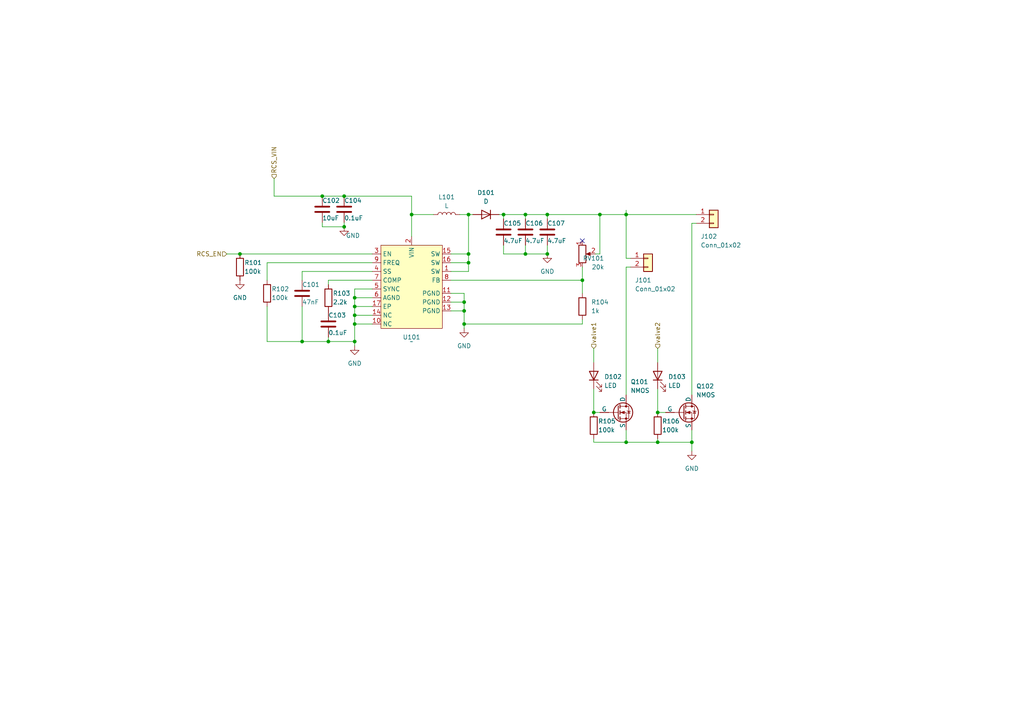
<source format=kicad_sch>
(kicad_sch (version 20231120) (generator "eeschema") (generator_version "8.0")
  (paper "A4")
  (lib_symbols
    (symbol "Connector_Generic:Conn_01x02" (pin_names (offset 1.016) hide)
      (property "Reference" "J" (at 0 2.54 0))
      (property "Value" "Conn_01x02" (at 0 -5.08 0))
      (symbol "Conn_01x02_1_1"
        (rectangle (start -1.27 -2.413) (end 0 -2.667) (stroke (width 0.1524)))
        (rectangle (start -1.27 0.127) (end 0 -0.127) (stroke (width 0.1524)))
        (rectangle (start -1.27 1.27) (end 1.27 -3.81) (stroke (width 0.254)) (fill (type background)))
        (pin passive line (at -5.08 0 0) (length 3.81) (name "Pin_1") (number "1"))
        (pin passive line (at -5.08 -2.54 0) (length 3.81) (name "Pin_2") (number "2"))
      )
    )
    (symbol "Device:C" (pin_numbers hide) (pin_names (offset 0.254))
      (property "Reference" "C" (at 0.635 2.54 0))
      (property "Value" "C" (at 0.635 -2.54 0))
      (symbol "C_0_1"
        (polyline (pts (xy -2.032 -0.762) (xy 2.032 -0.762)) (stroke (width 0.508)))
        (polyline (pts (xy -2.032 0.762) (xy 2.032 0.762)) (stroke (width 0.508)))
      )
      (symbol "C_1_1"
        (pin passive line (at 0 3.81 270) (length 2.794) (name "~") (number "1"))
        (pin passive line (at 0 -3.81 90) (length 2.794) (name "~") (number "2"))
      )
    )
    (symbol "Device:D" (pin_numbers hide) (pin_names (offset 1.016) hide)
      (property "Reference" "D" (at 0 2.54 0))
      (property "Value" "D" (at 0 -2.54 0))
      (symbol "D_0_1"
        (polyline (pts (xy -1.27 1.27) (xy -1.27 -1.27)) (stroke (width 0.254)))
        (polyline (pts (xy 1.27 0) (xy -1.27 0)))
        (polyline (pts (xy 1.27 1.27) (xy 1.27 -1.27) (xy -1.27 0) (xy 1.27 1.27)) (stroke (width 0.254)))
      )
      (symbol "D_1_1"
        (pin passive line (at -3.81 0 0) (length 2.54) (name "K") (number "1"))
        (pin passive line (at 3.81 0 180) (length 2.54) (name "A") (number "2"))
      )
    )
    (symbol "Device:L" (pin_numbers hide) (pin_names (offset 1.016) hide)
      (property "Reference" "L" (at -1.27 0 90))
      (property "Value" "L" (at 1.905 0 90))
      (symbol "L_0_1"
        (arc (start 0 -2.54) (mid 0.6323 -1.905) (end 0 -1.27))
        (arc (start 0 -1.27) (mid 0.6323 -0.635) (end 0 0))
        (arc (start 0 0) (mid 0.6323 0.635) (end 0 1.27))
        (arc (start 0 1.27) (mid 0.6323 1.905) (end 0 2.54))
      )
      (symbol "L_1_1"
        (pin passive line (at 0 3.81 270) (length 1.27) (name "1") (number "1"))
        (pin passive line (at 0 -3.81 90) (length 1.27) (name "2") (number "2"))
      )
    )
    (symbol "Device:LED" (pin_numbers hide) (pin_names (offset 1.016) hide)
      (property "Reference" "D" (at 0 2.54 0))
      (property "Value" "LED" (at 0 -2.54 0))
      (symbol "LED_0_1"
        (polyline (pts (xy -1.27 -1.27) (xy -1.27 1.27)) (stroke (width 0.254)))
        (polyline (pts (xy -1.27 0) (xy 1.27 0)))
        (polyline (pts (xy 1.27 -1.27) (xy 1.27 1.27) (xy -1.27 0) (xy 1.27 -1.27)) (stroke (width 0.254)))
        (polyline (pts (xy -3.048 -0.762) (xy -4.572 -2.286) (xy -3.81 -2.286) (xy -4.572 -2.286) (xy -4.572 -1.524)))
        (polyline (pts (xy -1.778 -0.762) (xy -3.302 -2.286) (xy -2.54 -2.286) (xy -3.302 -2.286) (xy -3.302 -1.524)))
      )
      (symbol "LED_1_1"
        (pin passive line (at -3.81 0 0) (length 2.54) (name "K") (number "1"))
        (pin passive line (at 3.81 0 180) (length 2.54) (name "A") (number "2"))
      )
    )
    (symbol "Device:R" (pin_numbers hide) (pin_names (offset 0))
      (property "Reference" "R" (at 2.032 0 90))
      (property "Value" "R" (at 0 0 90))
      (symbol "R_0_1"
        (rectangle (start -1.016 -2.54) (end 1.016 2.54) (stroke (width 0.254)))
      )
      (symbol "R_1_1"
        (pin passive line (at 0 3.81 270) (length 1.27) (name "~") (number "1"))
        (pin passive line (at 0 -3.81 90) (length 1.27) (name "~") (number "2"))
      )
    )
    (symbol "Device:R_Potentiometer" (pin_names (offset 1.016) hide)
      (property "Reference" "RV" (at -4.445 0 90))
      (property "Value" "R_Potentiometer" (at -2.54 0 90))
      (symbol "R_Potentiometer_0_1"
        (polyline (pts (xy 2.54 0) (xy 1.524 0)))
        (polyline (pts (xy 1.143 0) (xy 2.286 0.508) (xy 2.286 -0.508) (xy 1.143 0)) (fill (type outline)))
        (rectangle (start 1.016 2.54) (end -1.016 -2.54) (stroke (width 0.254)))
      )
      (symbol "R_Potentiometer_1_1"
        (pin passive line (at 0 3.81 270) (length 1.27) (name "1") (number "1"))
        (pin passive line (at 3.81 0 180) (length 1.27) (name "2") (number "2"))
        (pin passive line (at 0 -3.81 90) (length 1.27) (name "3") (number "3"))
      )
    )
    (symbol "Simulation_SPICE:NMOS" (pin_numbers hide) (pin_names (offset 0))
      (property "Reference" "Q" (at 5.08 1.27 0))
      (property "Value" "NMOS" (at 5.08 -1.27 0))
      (symbol "NMOS_0_1"
        (polyline (pts (xy 0.254 0) (xy -2.54 0)))
        (polyline (pts (xy 0.254 1.905) (xy 0.254 -1.905)) (stroke (width 0.254)))
        (polyline (pts (xy 0.762 -1.27) (xy 0.762 -2.286)) (stroke (width 0.254)))
        (polyline (pts (xy 0.762 0.508) (xy 0.762 -0.508)) (stroke (width 0.254)))
        (polyline (pts (xy 0.762 2.286) (xy 0.762 1.27)) (stroke (width 0.254)))
        (polyline (pts (xy 2.54 2.54) (xy 2.54 1.778)))
        (polyline (pts (xy 2.54 -2.54) (xy 2.54 0) (xy 0.762 0)))
        (polyline (pts (xy 0.762 -1.778) (xy 3.302 -1.778) (xy 3.302 1.778) (xy 0.762 1.778)))
        (polyline (pts (xy 1.016 0) (xy 2.032 0.381) (xy 2.032 -0.381) (xy 1.016 0)) (fill (type outline)))
        (polyline (pts (xy 2.794 0.508) (xy 2.921 0.381) (xy 3.683 0.381) (xy 3.81 0.254)))
        (polyline (pts (xy 3.302 0.381) (xy 2.921 -0.254) (xy 3.683 -0.254) (xy 3.302 0.381)))
        (circle (center 1.651 0) (radius 2.794) (stroke (width 0.254)))
        (circle (center 2.54 -1.778) (radius 0.254) (fill (type outline)))
        (circle (center 2.54 1.778) (radius 0.254) (fill (type outline)))
      )
      (symbol "NMOS_1_1"
        (pin passive line (at 2.54 5.08 270) (length 2.54) (name "D") (number "1"))
        (pin input line (at -5.08 0 0) (length 2.54) (name "G") (number "2"))
        (pin passive line (at 2.54 -5.08 90) (length 2.54) (name "S") (number "3"))
      )
    )
    (symbol "WOBCLibrary:TPS55340"
      (property "Reference" "U" (at -7.62 12.7 0))
      (symbol "TPS55340_1_1"
        (polyline (pts (xy -8.89 11.43) (xy -8.89 -12.7) (xy 8.89 -12.7) (xy 8.89 11.43) (xy -8.89 11.43)) (fill (type background)))
        (pin input line (at 11.43 3.81 180) (length 2.54) (name "SW") (number "1"))
        (pin input line (at -11.43 -11.43 0) (length 2.54) (name "NC") (number "10"))
        (pin input line (at 11.43 -2.54 180) (length 2.54) (name "PGND") (number "11"))
        (pin input line (at 11.43 -5.08 180) (length 2.54) (name "PGND") (number "12"))
        (pin input line (at 11.43 -7.62 180) (length 2.54) (name "PGND") (number "13"))
        (pin input line (at -11.43 -8.89 0) (length 2.54) (name "NC") (number "14"))
        (pin input line (at 11.43 8.89 180) (length 2.54) (name "SW") (number "15"))
        (pin input line (at 11.43 6.35 180) (length 2.54) (name "SW") (number "16"))
        (pin input line (at -11.43 -6.35 0) (length 2.54) (name "EP") (number "17"))
        (pin input line (at 0 13.97 270) (length 2.54) (name "VIN") (number "2"))
        (pin input line (at -11.43 8.89 0) (length 2.54) (name "EN") (number "3"))
        (pin input line (at -11.43 3.81 0) (length 2.54) (name "SS") (number "4"))
        (pin input line (at -11.43 -1.27 0) (length 2.54) (name "SYNC") (number "5"))
        (pin input line (at -11.43 -3.81 0) (length 2.54) (name "AGND") (number "6"))
        (pin input line (at -11.43 1.27 0) (length 2.54) (name "COMP") (number "7"))
        (pin input line (at 11.43 1.27 180) (length 2.54) (name "FB") (number "8"))
        (pin input line (at -11.43 6.35 0) (length 2.54) (name "FREQ") (number "9"))
      )
    )
    (symbol "power:GND" (power) (pin_numbers hide) (pin_names (offset 0) hide)
      (property "Value" "GND" (at 0 -3.81 0))
      (symbol "GND_0_1"
        (polyline (pts (xy 0 0) (xy 0 -1.27) (xy 1.27 -1.27) (xy 0 -2.54) (xy -1.27 -1.27) (xy 0 -1.27)))
      )
      (symbol "GND_1_1"
        (pin power_in line (at 0 0 270) (length 0) (name "~") (number "1"))
      )
    )
  )
  (junction (at 119.38 62.23))
  (junction (at 146.05 62.23))
  (junction (at 102.87 99.06))
  (junction (at 135.89 73.66))
  (junction (at 200.66 128.27))
  (junction (at 152.4 62.23))
  (junction (at 190.754 119.634))
  (junction (at 93.472 56.896))
  (junction (at 135.89 76.2))
  (junction (at 152.4 73.66))
  (junction (at 173.99 62.23))
  (junction (at 99.822 65.786))
  (junction (at 87.63 99.06))
  (junction (at 135.89 62.23))
  (junction (at 102.87 86.36))
  (junction (at 99.822 56.896))
  (junction (at 158.75 73.66))
  (junction (at 134.62 87.63))
  (junction (at 172.212 119.634))
  (junction (at 181.61 62.23))
  (junction (at 168.91 81.28))
  (junction (at 102.87 93.98))
  (junction (at 102.87 91.44))
  (junction (at 95.25 99.06))
  (junction (at 102.87 88.9))
  (junction (at 158.75 62.23))
  (junction (at 134.62 90.17))
  (junction (at 190.754 128.27))
  (junction (at 134.62 93.98))
  (junction (at 69.596 73.66))
  (junction (at 181.61 128.27))
  (no_connect (at 168.91 69.85))
  (wire (pts (xy 135.89 73.66) (xy 135.89 62.23)))
  (wire (pts (xy 135.89 76.2) (xy 135.89 73.66)))
  (wire (pts (xy 130.81 90.17) (xy 134.62 90.17)))
  (wire (pts (xy 87.63 81.28) (xy 87.63 78.74)))
  (wire (pts (xy 168.91 81.28) (xy 168.91 85.09)))
  (wire (pts (xy 102.87 99.06) (xy 102.87 93.98)))
  (wire (pts (xy 119.38 68.58) (xy 119.38 62.23)))
  (wire (pts (xy 87.63 99.06) (xy 95.25 99.06)))
  (wire (pts (xy 173.99 73.66) (xy 173.99 62.23)))
  (wire (pts (xy 102.87 91.44) (xy 107.95 91.44)))
  (wire (pts (xy 190.754 112.776) (xy 190.754 119.634)))
  (wire (pts (xy 173.99 62.23) (xy 181.61 62.23)))
  (wire (pts (xy 102.87 88.9) (xy 107.95 88.9)))
  (wire (pts (xy 152.4 62.23) (xy 158.75 62.23)))
  (wire (pts (xy 146.05 73.66) (xy 152.4 73.66)))
  (wire (pts (xy 102.87 93.98) (xy 102.87 91.44)))
  (wire (pts (xy 181.61 62.23) (xy 201.93 62.23)))
  (wire (pts (xy 77.47 81.28) (xy 77.47 76.2)))
  (wire (pts (xy 134.62 87.63) (xy 134.62 90.17)))
  (wire (pts (xy 79.502 51.816) (xy 79.502 56.896)))
  (wire (pts (xy 200.66 64.77) (xy 201.93 64.77)))
  (wire (pts (xy 95.25 99.06) (xy 102.87 99.06)))
  (wire (pts (xy 99.822 56.896) (xy 119.38 56.896)))
  (wire (pts (xy 69.596 73.66) (xy 107.95 73.66)))
  (wire (pts (xy 172.212 101.092) (xy 172.212 105.156)))
  (wire (pts (xy 102.87 91.44) (xy 102.87 88.9)))
  (wire (pts (xy 181.61 60.96) (xy 181.61 62.23)))
  (wire (pts (xy 65.786 73.66) (xy 69.596 73.66)))
  (wire (pts (xy 134.62 93.98) (xy 168.91 93.98)))
  (wire (pts (xy 99.822 65.786) (xy 93.472 65.786)))
  (wire (pts (xy 135.89 78.74) (xy 135.89 76.2)))
  (wire (pts (xy 190.754 119.634) (xy 193.04 119.634)))
  (wire (pts (xy 168.91 81.28) (xy 168.91 77.47)))
  (wire (pts (xy 181.61 62.23) (xy 181.61 74.93)))
  (wire (pts (xy 102.87 100.33) (xy 102.87 99.06)))
  (wire (pts (xy 102.87 83.82) (xy 102.87 86.36)))
  (wire (pts (xy 168.91 93.98) (xy 168.91 92.71)))
  (wire (pts (xy 181.61 114.554) (xy 181.61 77.47)))
  (wire (pts (xy 130.81 81.28) (xy 168.91 81.28)))
  (wire (pts (xy 190.754 128.27) (xy 200.66 128.27)))
  (wire (pts (xy 95.25 81.28) (xy 95.25 82.55)))
  (wire (pts (xy 107.95 81.28) (xy 95.25 81.28)))
  (wire (pts (xy 99.822 65.786) (xy 99.822 64.516)))
  (wire (pts (xy 146.05 62.23) (xy 152.4 62.23)))
  (wire (pts (xy 77.47 99.06) (xy 87.63 99.06)))
  (wire (pts (xy 158.75 73.66) (xy 158.75 71.12)))
  (wire (pts (xy 130.81 78.74) (xy 135.89 78.74)))
  (wire (pts (xy 134.62 90.17) (xy 134.62 93.98)))
  (wire (pts (xy 181.61 128.27) (xy 172.212 128.27)))
  (wire (pts (xy 181.61 124.714) (xy 181.61 128.27)))
  (wire (pts (xy 200.66 128.27) (xy 200.66 130.81)))
  (wire (pts (xy 158.75 62.23) (xy 173.99 62.23)))
  (wire (pts (xy 146.05 71.12) (xy 146.05 73.66)))
  (wire (pts (xy 95.25 97.79) (xy 95.25 99.06)))
  (wire (pts (xy 200.66 64.77) (xy 200.66 114.554)))
  (wire (pts (xy 158.75 62.23) (xy 158.75 63.5)))
  (wire (pts (xy 134.62 85.09) (xy 134.62 87.63)))
  (wire (pts (xy 134.62 95.25) (xy 134.62 93.98)))
  (wire (pts (xy 87.63 88.9) (xy 87.63 99.06)))
  (wire (pts (xy 152.4 73.66) (xy 158.75 73.66)))
  (wire (pts (xy 119.38 62.23) (xy 125.73 62.23)))
  (wire (pts (xy 172.72 73.66) (xy 173.99 73.66)))
  (wire (pts (xy 130.81 85.09) (xy 134.62 85.09)))
  (wire (pts (xy 135.89 62.23) (xy 137.16 62.23)))
  (wire (pts (xy 152.4 62.23) (xy 152.4 63.5)))
  (wire (pts (xy 172.212 128.27) (xy 172.212 127.254)))
  (wire (pts (xy 181.61 74.93) (xy 182.88 74.93)))
  (wire (pts (xy 102.87 86.36) (xy 102.87 88.9)))
  (wire (pts (xy 190.754 101.092) (xy 190.754 105.156)))
  (wire (pts (xy 190.754 127.254) (xy 190.754 128.27)))
  (wire (pts (xy 77.47 88.9) (xy 77.47 99.06)))
  (wire (pts (xy 87.63 78.74) (xy 107.95 78.74)))
  (wire (pts (xy 130.81 87.63) (xy 134.62 87.63)))
  (wire (pts (xy 93.472 65.786) (xy 93.472 64.516)))
  (wire (pts (xy 172.212 119.634) (xy 173.99 119.634)))
  (wire (pts (xy 181.61 128.27) (xy 190.754 128.27)))
  (wire (pts (xy 102.87 93.98) (xy 107.95 93.98)))
  (wire (pts (xy 130.81 73.66) (xy 135.89 73.66)))
  (wire (pts (xy 152.4 71.12) (xy 152.4 73.66)))
  (wire (pts (xy 200.66 124.714) (xy 200.66 128.27)))
  (wire (pts (xy 130.81 76.2) (xy 135.89 76.2)))
  (wire (pts (xy 77.47 76.2) (xy 107.95 76.2)))
  (wire (pts (xy 144.78 62.23) (xy 146.05 62.23)))
  (wire (pts (xy 107.95 83.82) (xy 102.87 83.82)))
  (wire (pts (xy 93.472 56.896) (xy 79.502 56.896)))
  (wire (pts (xy 181.61 77.47) (xy 182.88 77.47)))
  (wire (pts (xy 172.212 112.776) (xy 172.212 119.634)))
  (wire (pts (xy 119.38 56.896) (xy 119.38 62.23)))
  (wire (pts (xy 146.05 62.23) (xy 146.05 63.5)))
  (wire (pts (xy 133.35 62.23) (xy 135.89 62.23)))
  (wire (pts (xy 107.95 86.36) (xy 102.87 86.36)))
  (wire (pts (xy 93.472 56.896) (xy 99.822 56.896)))
  (hierarchical_label "valve2" (shape input) (at 190.754 101.092 90))
  (hierarchical_label "RCS_EN" (shape input) (at 65.786 73.66 180))
  (hierarchical_label "valve1" (shape input) (at 172.212 101.092 90))
  (hierarchical_label "RCS_VIN" (shape input) (at 79.502 51.816 90))
  (symbol (lib_id "Device:C") (at 95.25 93.98 0) (unit 1)
    (property "Reference" "C103" (at 95.25 91.44 0) (effects (justify left)))
    (property "Value" "0.1uF" (at 95.25 96.52 0) (effects (justify left)))
    (property "Footprint" "Capacitor_SMD:C_0402_1005Metric" (effects (hide yes)))
    (property "Description" "Unpolarized capacitor" (effects (hide yes)))
    (property "LCSC" "C1525" (effects (hide yes)))
  )
  (symbol (lib_id "Device:R_Potentiometer") (at 168.91 73.66 0) (unit 1)
    (property "Reference" "RV101" (at 175.26 74.93 0) (effects (justify right)))
    (property "Value" "20k" (at 175.26 77.47 0) (effects (justify right)))
    (property "Footprint" "Potentiometer_SMD:Potentiometer_Bourns_TC33X_Vertical" (effects (hide yes)))
    (property "Description" "Potentiometer" (effects (hide yes)))
    (property "LCSC" "C720648" (effects (hide yes)))
  )
  (symbol (lib_id "Connector_Generic:Conn_01x02") (at 207.01 62.23 0) (unit 1)
    (property "Reference" "J102" (at 203.2 68.58 0) (effects (justify left)))
    (property "Value" "Conn_01x02" (at 203.2 71.12 0) (effects (justify left)))
    (property "Footprint" "Connector_JST:JST_PH_B2B-PH-K_1x02_P2.00mm_Vertical" (effects (hide yes)))
    (property "Description" "Generic connector, single row, 01x02, script generated (kicad-library-utils/schlib/autogen/connector/)" (effects (hide yes)))
  )
  (symbol (lib_id "Device:C") (at 146.05 67.31 0) (unit 1)
    (property "Reference" "C105" (at 146.05 64.77 0) (effects (justify left)))
    (property "Value" "4.7uF" (at 146.05 69.85 0) (effects (justify left)))
    (property "Footprint" "Capacitor_SMD:C_0603_1608Metric" (effects (hide yes)))
    (property "Description" "Unpolarized capacitor" (effects (hide yes)))
    (property "LCSC" "C19666" (effects (hide yes)))
  )
  (symbol (lib_id "Device:C") (at 158.75 67.31 0) (unit 1)
    (property "Reference" "C107" (at 158.75 64.77 0) (effects (justify left)))
    (property "Value" "4.7uF" (at 158.75 69.85 0) (effects (justify left)))
    (property "Footprint" "Capacitor_SMD:C_0603_1608Metric" (effects (hide yes)))
    (property "Description" "Unpolarized capacitor" (effects (hide yes)))
    (property "LCSC" "C19666" (effects (hide yes)))
  )
  (symbol (lib_id "power:GND") (at 200.66 130.81 0) (unit 1)
    (property "Reference" "#PWR0106" (effects (hide yes)))
    (property "Value" "GND" (at 200.66 135.89 0))
    (property "Description" "Power symbol creates a global label with name \"GND\" , ground" (effects (hide yes)))
  )
  (symbol (lib_id "Device:D") (at 140.97 62.23 180) (unit 1)
    (property "Reference" "D101" (at 140.97 55.88 0))
    (property "Value" "D" (at 140.97 58.42 0))
    (property "Footprint" "Diode_SMD:D_2114_3652Metric" (effects (hide yes)))
    (property "Description" "Diode" (effects (hide yes)))
    (property "Sim.Device" "D" (effects (hide yes)))
    (property "Sim.Pins" "1=K 2=A" (effects (hide yes)))
    (property "LCSC" " C4944933" (effects (hide yes)))
  )
  (symbol (lib_id "Device:C") (at 99.822 60.706 0) (unit 1)
    (property "Reference" "C104" (at 99.822 58.166 0) (effects (justify left)))
    (property "Value" "0.1uF" (at 99.822 63.246 0) (effects (justify left)))
    (property "Footprint" "Capacitor_SMD:C_0402_1005Metric" (effects (hide yes)))
    (property "Description" "Unpolarized capacitor" (effects (hide yes)))
    (property "LCSC" "C1525" (effects (hide yes)))
  )
  (symbol (lib_id "Connector_Generic:Conn_01x02") (at 187.96 74.93 0) (unit 1)
    (property "Reference" "J101" (at 184.15 81.28 0) (effects (justify left)))
    (property "Value" "Conn_01x02" (at 184.15 83.82 0) (effects (justify left)))
    (property "Footprint" "Connector_JST:JST_PH_B2B-PH-K_1x02_P2.00mm_Vertical" (effects (hide yes)))
    (property "Description" "Generic connector, single row, 01x02, script generated (kicad-library-utils/schlib/autogen/connector/)" (effects (hide yes)))
  )
  (symbol (lib_id "Device:R") (at 172.212 123.444 0) (unit 1)
    (property "Reference" "R105" (at 173.482 122.174 0) (effects (justify left)))
    (property "Value" "100k" (at 173.482 124.714 0) (effects (justify left)))
    (property "Footprint" "Resistor_SMD:R_0402_1005Metric" (effects (hide yes)))
    (property "Description" "Resistor" (effects (hide yes)))
    (property "LCSC" "C25741" (effects (hide yes)))
  )
  (symbol (lib_id "Device:LED") (at 172.212 108.966 90) (unit 1)
    (property "Reference" "D102" (at 175.26 109.2834 90) (effects (justify right)))
    (property "Value" "LED" (at 175.26 111.8234 90) (effects (justify right)))
    (property "Footprint" "Diode_SMD:D_0805_2012Metric" (effects (hide yes)))
    (property "Description" "Light emitting diode" (effects (hide yes)))
    (property "LCSC" "C2297" (effects (hide yes)))
  )
  (symbol (lib_id "Device:LED") (at 190.754 108.966 90) (unit 1)
    (property "Reference" "D103" (at 193.802 109.2834 90) (effects (justify right)))
    (property "Value" "LED" (at 193.802 111.8234 90) (effects (justify right)))
    (property "Footprint" "Diode_SMD:D_0805_2012Metric" (effects (hide yes)))
    (property "Description" "Light emitting diode" (effects (hide yes)))
    (property "LCSC" "C2297" (effects (hide yes)))
  )
  (symbol (lib_id "Device:R") (at 168.91 88.9 0) (unit 1)
    (property "Reference" "R104" (at 171.45 87.6299 0) (effects (justify left)))
    (property "Value" "1k" (at 171.45 90.1699 0) (effects (justify left)))
    (property "Footprint" "Resistor_SMD:R_0402_1005Metric" (effects (hide yes)))
    (property "Description" "Resistor" (effects (hide yes)))
    (property "LCSC" "C11702" (effects (hide yes)))
  )
  (symbol (lib_id "Simulation_SPICE:NMOS") (at 179.07 119.634 0) (unit 1)
    (property "Reference" "Q101" (at 182.88 110.744 0) (effects (justify left)))
    (property "Value" "NMOS" (at 182.88 113.284 0) (effects (justify left)))
    (property "Footprint" "Package_TO_SOT_SMD:SOT-23-3" (effects (hide yes)))
    (property "Datasheet" "https://ngspice.sourceforge.io/docs/ngspice-html-manual/manual.xhtml#cha_MOSFETs" (effects (hide yes)))
    (property "Description" "N-MOSFET transistor, drain/source/gate" (effects (hide yes)))
    (property "Sim.Device" "NMOS" (effects (hide yes)))
    (property "Sim.Type" "VDMOS" (effects (hide yes)))
    (property "Sim.Pins" "1=D 2=G 3=S" (effects (hide yes)))
    (property "LCSC" "C20917" (effects (hide yes)))
  )
  (symbol (lib_id "Device:C") (at 87.63 85.09 0) (unit 1)
    (property "Reference" "C101" (at 87.63 82.55 0) (effects (justify left)))
    (property "Value" "47nF" (at 87.63 87.63 0) (effects (justify left)))
    (property "Footprint" "Capacitor_SMD:C_0603_1608Metric" (effects (hide yes)))
    (property "Description" "Unpolarized capacitor" (effects (hide yes)))
    (property "LCSC" "  C1622" (effects (hide yes)))
  )
  (symbol (lib_id "Device:R") (at 95.25 86.36 0) (unit 1)
    (property "Reference" "R103" (at 96.52 85.09 0) (effects (justify left)))
    (property "Value" "2.2k" (at 96.52 87.63 0) (effects (justify left)))
    (property "Footprint" "Resistor_SMD:R_0402_1005Metric" (effects (hide yes)))
    (property "Description" "Resistor" (effects (hide yes)))
    (property "LCSC" "C25879" (effects (hide yes)))
  )
  (symbol (lib_id "power:GND") (at 102.87 100.33 0) (unit 1)
    (property "Reference" "#PWR0103" (effects (hide yes)))
    (property "Value" "GND" (at 102.87 105.41 0))
    (property "Description" "Power symbol creates a global label with name \"GND\" , ground" (effects (hide yes)))
  )
  (symbol (lib_id "power:GND") (at 99.822 65.786 0) (unit 1)
    (property "Reference" "#PWR0102" (effects (hide yes)))
    (property "Value" "GND" (at 102.362 68.326 0))
    (property "Description" "Power symbol creates a global label with name \"GND\" , ground" (effects (hide yes)))
  )
  (symbol (lib_id "WOBCLibrary:TPS55340") (at 119.38 82.55 0) (unit 1)
    (property "Reference" "U101" (at 119.38 97.79 0))
    (property "Value" "~" (at 119.38 99.06 0))
    (property "Footprint" "Package_DFN_QFN:WQFN-16-1EP_3x3mm_P0.5mm_EP1.68x1.68mm_ThermalVias" (effects (hide yes)))
    (property "LCSC" "C169167" (effects (hide yes)))
  )
  (symbol (lib_id "Device:R") (at 69.596 77.47 0) (unit 1)
    (property "Reference" "R101" (at 70.866 76.2 0) (effects (justify left)))
    (property "Value" "100k" (at 70.866 78.74 0) (effects (justify left)))
    (property "Footprint" "Resistor_SMD:R_0402_1005Metric" (effects (hide yes)))
    (property "Description" "Resistor" (effects (hide yes)))
    (property "LCSC" "C25741" (effects (hide yes)))
  )
  (symbol (lib_id "Device:C") (at 152.4 67.31 0) (unit 1)
    (property "Reference" "C106" (at 152.4 64.77 0) (effects (justify left)))
    (property "Value" "4.7uF" (at 152.4 69.85 0) (effects (justify left)))
    (property "Footprint" "Capacitor_SMD:C_0603_1608Metric" (effects (hide yes)))
    (property "Description" "Unpolarized capacitor" (effects (hide yes)))
    (property "LCSC" "C19666" (effects (hide yes)))
  )
  (symbol (lib_id "Device:C") (at 93.472 60.706 0) (unit 1)
    (property "Reference" "C102" (at 93.472 58.166 0) (effects (justify left)))
    (property "Value" "10uF" (at 93.472 63.246 0) (effects (justify left)))
    (property "Footprint" "Capacitor_SMD:C_0603_1608Metric" (effects (hide yes)))
    (property "Description" "Unpolarized capacitor" (effects (hide yes)))
    (property "LCSC" "C96446" (effects (hide yes)))
  )
  (symbol (lib_id "power:GND") (at 69.596 81.28 0) (unit 1)
    (property "Reference" "#PWR0101" (effects (hide yes)))
    (property "Value" "GND" (at 69.596 86.36 0))
    (property "Description" "Power symbol creates a global label with name \"GND\" , ground" (effects (hide yes)))
  )
  (symbol (lib_id "power:GND") (at 134.62 95.25 0) (unit 1)
    (property "Reference" "#PWR0104" (effects (hide yes)))
    (property "Value" "GND" (at 134.62 100.33 0))
    (property "Description" "Power symbol creates a global label with name \"GND\" , ground" (effects (hide yes)))
  )
  (symbol (lib_id "Device:L") (at 129.54 62.23 90) (unit 1)
    (property "Reference" "L101" (at 129.54 57.15 90))
    (property "Value" "L" (at 129.54 59.69 90))
    (property "Footprint" "Inductor_SMD:L_Chilisin_BMRF00101040" (effects (hide yes)))
    (property "Description" "Inductor" (effects (hide yes)))
    (property "LCSC" " C1519857" (effects (hide yes)))
  )
  (symbol (lib_id "power:GND") (at 158.75 73.66 0) (unit 1)
    (property "Reference" "#PWR0105" (effects (hide yes)))
    (property "Value" "GND" (at 158.75 78.74 0))
    (property "Description" "Power symbol creates a global label with name \"GND\" , ground" (effects (hide yes)))
  )
  (symbol (lib_id "Device:R") (at 77.47 85.09 0) (unit 1)
    (property "Reference" "R102" (at 78.74 83.82 0) (effects (justify left)))
    (property "Value" "100k" (at 78.74 86.36 0) (effects (justify left)))
    (property "Footprint" "Resistor_SMD:R_0402_1005Metric" (effects (hide yes)))
    (property "Description" "Resistor" (effects (hide yes)))
    (property "LCSC" "C25741" (effects (hide yes)))
  )
  (symbol (lib_id "Simulation_SPICE:NMOS") (at 198.12 119.634 0) (unit 1)
    (property "Reference" "Q102" (at 201.93 112.014 0) (effects (justify left)))
    (property "Value" "NMOS" (at 201.93 114.554 0) (effects (justify left)))
    (property "Footprint" "Package_TO_SOT_SMD:SOT-23-3" (effects (hide yes)))
    (property "Datasheet" "https://ngspice.sourceforge.io/docs/ngspice-html-manual/manual.xhtml#cha_MOSFETs" (effects (hide yes)))
    (property "Description" "N-MOSFET transistor, drain/source/gate" (effects (hide yes)))
    (property "Sim.Device" "NMOS" (effects (hide yes)))
    (property "Sim.Type" "VDMOS" (effects (hide yes)))
    (property "Sim.Pins" "1=D 2=G 3=S" (effects (hide yes)))
    (property "LCSC" "C20917" (effects (hide yes)))
  )
  (symbol (lib_id "Device:R") (at 190.754 123.444 0) (unit 1)
    (property "Reference" "R106" (at 192.024 122.174 0) (effects (justify left)))
    (property "Value" "100k" (at 192.024 124.714 0) (effects (justify left)))
    (property "Footprint" "Resistor_SMD:R_0402_1005Metric" (effects (hide yes)))
    (property "Description" "Resistor" (effects (hide yes)))
    (property "LCSC" "C25741" (effects (hide yes)))
  )
)
</source>
